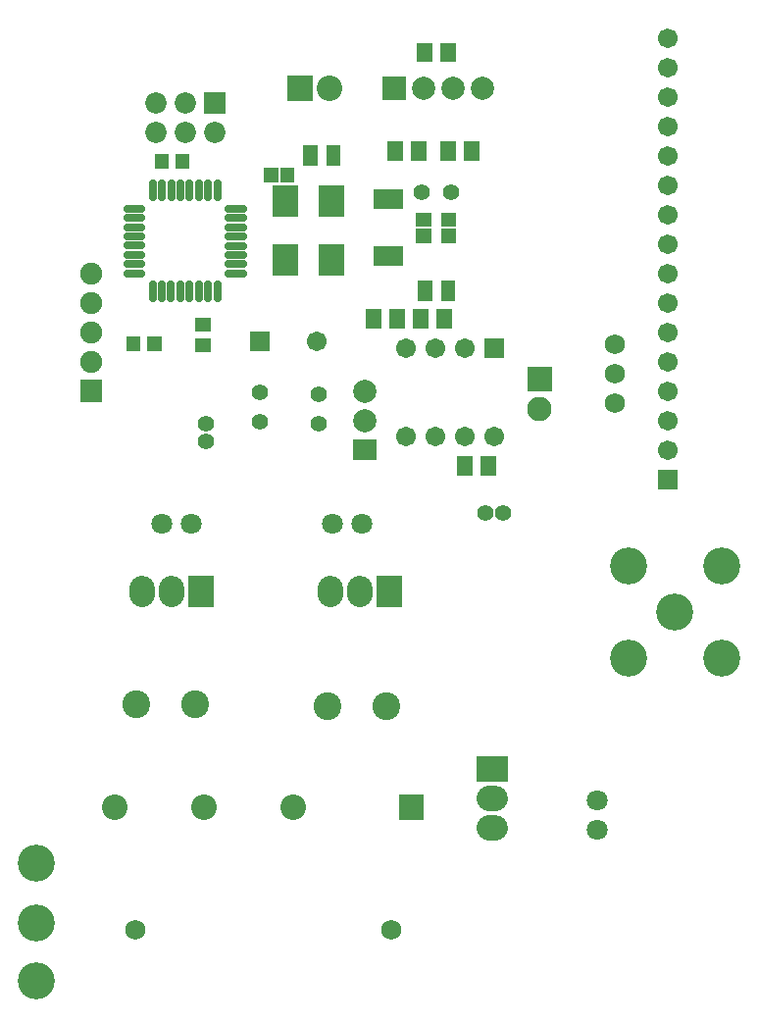
<source format=gts>
G04 Layer: TopSolderMaskLayer*
G04 EasyEDA v6.4.3, 2020-08-16T09:55:44+08:00*
G04 81dc946ae44a44bf806acedbfbfd66cd,06d3987d76a94bb6b6563c12ef58ecb4,10*
G04 Gerber Generator version 0.2*
G04 Scale: 100 percent, Rotated: No, Reflected: No *
G04 Dimensions in inches *
G04 leading zeros omitted , absolute positions ,2 integer and 4 decimal *
%FSLAX24Y24*%
%MOIN*%
G90*
G70D02*

%ADD58C,0.086740*%
%ADD59C,0.025717*%
%ADD62C,0.068000*%
%ADD64C,0.126110*%
%ADD67C,0.078866*%
%ADD69C,0.072300*%
%ADD72C,0.074929*%
%ADD74R,0.067000X0.067000*%
%ADD75C,0.067000*%
%ADD76C,0.055000*%
%ADD79C,0.082803*%
%ADD80C,0.094614*%
%ADD81C,0.070992*%
%ADD82C,0.055244*%
%ADD85C,0.067055*%

%LPD*%
G54D58*
G01X5650Y15501D02*
G01X5650Y15698D01*
G01X6650Y15501D02*
G01X6650Y15698D01*
G54D59*
G01X5138Y26400D02*
G01X5611Y26400D01*
G01X5138Y26715D02*
G01X5611Y26715D01*
G01X5138Y27030D02*
G01X5611Y27030D01*
G01X5138Y27344D02*
G01X5611Y27344D01*
G01X5138Y27659D02*
G01X5611Y27659D01*
G01X5138Y27973D02*
G01X5611Y27973D01*
G01X5138Y28288D02*
G01X5611Y28288D01*
G01X5138Y28603D02*
G01X5611Y28603D01*
G01X5994Y28983D02*
G01X5994Y29456D01*
G01X6310Y28983D02*
G01X6310Y29456D01*
G01X6625Y28983D02*
G01X6625Y29456D01*
G01X6939Y28983D02*
G01X6939Y29456D01*
G01X7253Y28983D02*
G01X7253Y29456D01*
G01X7568Y28983D02*
G01X7568Y29456D01*
G01X7884Y28983D02*
G01X7884Y29456D01*
G01X8198Y28983D02*
G01X8198Y29456D01*
G01X8588Y28600D02*
G01X9061Y28600D01*
G01X8588Y28284D02*
G01X9061Y28284D01*
G01X8588Y27969D02*
G01X9061Y27969D01*
G01X8588Y27655D02*
G01X9061Y27655D01*
G01X8588Y27340D02*
G01X9061Y27340D01*
G01X8588Y27026D02*
G01X9061Y27026D01*
G01X8588Y26711D02*
G01X9061Y26711D01*
G01X8588Y26396D02*
G01X9061Y26396D01*
G01X8194Y25543D02*
G01X8194Y26016D01*
G01X7880Y25543D02*
G01X7880Y26016D01*
G01X7564Y25543D02*
G01X7564Y26016D01*
G01X7250Y25543D02*
G01X7250Y26016D01*
G01X6935Y25543D02*
G01X6935Y26016D01*
G01X6621Y25543D02*
G01X6621Y26016D01*
G01X6306Y25543D02*
G01X6306Y26016D01*
G01X5990Y25543D02*
G01X5990Y26016D01*
G54D58*
G01X12050Y15501D02*
G01X12050Y15698D01*
G01X13050Y15501D02*
G01X13050Y15698D01*
G01X17648Y7550D02*
G01X17451Y7550D01*
G01X17648Y8550D02*
G01X17451Y8550D01*
G36*
G01X15806Y25455D02*
G01X15806Y26144D01*
G01X16281Y26144D01*
G01X16281Y25455D01*
G01X15806Y25455D01*
G37*
G36*
G01X15018Y25455D02*
G01X15018Y26144D01*
G01X15493Y26144D01*
G01X15493Y25455D01*
G01X15018Y25455D01*
G37*
G36*
G01X10339Y29492D02*
G01X10339Y30007D01*
G01X10811Y30007D01*
G01X10811Y29492D01*
G01X10339Y29492D01*
G37*
G36*
G01X9788Y29492D02*
G01X9788Y30007D01*
G01X10260Y30007D01*
G01X10260Y29492D01*
G01X9788Y29492D01*
G37*
G54D62*
G01X21700Y22996D03*
G01X21700Y21996D03*
G01X21700Y24003D03*
G36*
G01X7215Y15067D02*
G01X7215Y16132D01*
G01X8084Y16132D01*
G01X8084Y15067D01*
G01X7215Y15067D01*
G37*
G54D64*
G01X23750Y14900D03*
G01X22175Y16474D03*
G01X25324Y16474D03*
G01X22175Y13325D03*
G01X25324Y13325D03*
G36*
G01X14981Y33575D02*
G01X14981Y34225D01*
G01X15518Y34225D01*
G01X15518Y33575D01*
G01X14981Y33575D01*
G37*
G36*
G01X15781Y33575D02*
G01X15781Y34225D01*
G01X16318Y34225D01*
G01X16318Y33575D01*
G01X15781Y33575D01*
G37*
G01X2050Y2350D03*
G01X2050Y4317D03*
G01X2050Y6350D03*
G36*
G01X13806Y32305D02*
G01X13806Y33094D01*
G01X14593Y33094D01*
G01X14593Y32305D01*
G01X13806Y32305D01*
G37*
G54D67*
G01X15200Y32700D03*
G01X16200Y32700D03*
G01X17200Y32700D03*
G36*
G01X13615Y15067D02*
G01X13615Y16132D01*
G01X14484Y16132D01*
G01X14484Y15067D01*
G01X13615Y15067D01*
G37*
G36*
G01X7739Y31838D02*
G01X7739Y32561D01*
G01X8461Y32561D01*
G01X8461Y31838D01*
G01X7739Y31838D01*
G37*
G54D69*
G01X8100Y31200D03*
G01X7100Y32200D03*
G01X7100Y31200D03*
G01X6100Y32200D03*
G01X6100Y31200D03*
G36*
G01X14293Y28580D02*
G01X14293Y29250D01*
G01X14493Y29250D01*
G01X14493Y28580D01*
G01X14293Y28580D01*
G37*
G36*
G01X14097Y28580D02*
G01X14097Y29250D01*
G01X14297Y29250D01*
G01X14297Y28580D01*
G01X14097Y28580D01*
G37*
G36*
G01X13900Y28580D02*
G01X13900Y29250D01*
G01X14100Y29250D01*
G01X14100Y28580D01*
G01X13900Y28580D01*
G37*
G36*
G01X13702Y28580D02*
G01X13702Y29250D01*
G01X13902Y29250D01*
G01X13902Y28580D01*
G01X13702Y28580D01*
G37*
G36*
G01X13506Y28580D02*
G01X13506Y29250D01*
G01X13706Y29250D01*
G01X13706Y28580D01*
G01X13506Y28580D01*
G37*
G36*
G01X13506Y26650D02*
G01X13506Y27319D01*
G01X13706Y27319D01*
G01X13706Y26650D01*
G01X13506Y26650D01*
G37*
G36*
G01X13702Y26650D02*
G01X13702Y27319D01*
G01X13902Y27319D01*
G01X13902Y26650D01*
G01X13702Y26650D01*
G37*
G36*
G01X13900Y26650D02*
G01X13900Y27319D01*
G01X14100Y27319D01*
G01X14100Y26650D01*
G01X13900Y26650D01*
G37*
G36*
G01X14097Y26650D02*
G01X14097Y27319D01*
G01X14297Y27319D01*
G01X14297Y26650D01*
G01X14097Y26650D01*
G37*
G36*
G01X14293Y26650D02*
G01X14293Y27319D01*
G01X14493Y27319D01*
G01X14493Y26650D01*
G01X14293Y26650D01*
G37*
G36*
G01X3525Y22025D02*
G01X3525Y22775D01*
G01X4275Y22775D01*
G01X4275Y22025D01*
G01X3525Y22025D01*
G37*
G54D72*
G01X3900Y23400D03*
G01X3900Y24400D03*
G01X3900Y25400D03*
G01X3900Y26400D03*
G36*
G01X17018Y9115D02*
G01X17018Y9984D01*
G01X18081Y9984D01*
G01X18081Y9115D01*
G01X17018Y9115D01*
G37*
G54D74*
G01X23500Y19400D03*
G54D75*
G01X23500Y20400D03*
G01X23500Y21400D03*
G01X23500Y22400D03*
G01X23500Y23400D03*
G01X23500Y24400D03*
G01X23500Y25400D03*
G01X23500Y26400D03*
G01X23500Y27400D03*
G01X23500Y28400D03*
G01X23500Y29400D03*
G01X23500Y30400D03*
G01X23500Y31400D03*
G01X23500Y32400D03*
G01X23500Y33400D03*
G01X23500Y34400D03*
G54D76*
G01X9650Y21350D03*
G01X9650Y22350D03*
G01X11650Y21300D03*
G01X11650Y22300D03*
G01X15150Y29150D03*
G01X16150Y29150D03*
G36*
G01X13981Y30225D02*
G01X13981Y30875D01*
G01X14518Y30875D01*
G01X14518Y30225D01*
G01X13981Y30225D01*
G37*
G36*
G01X14781Y30225D02*
G01X14781Y30875D01*
G01X15318Y30875D01*
G01X15318Y30225D01*
G01X14781Y30225D01*
G37*
G36*
G01X15781Y30225D02*
G01X15781Y30875D01*
G01X16318Y30875D01*
G01X16318Y30225D01*
G01X15781Y30225D01*
G37*
G36*
G01X16581Y30225D02*
G01X16581Y30875D01*
G01X17118Y30875D01*
G01X17118Y30225D01*
G01X16581Y30225D01*
G37*
G36*
G01X17131Y19525D02*
G01X17131Y20175D01*
G01X17668Y20175D01*
G01X17668Y19525D01*
G01X17131Y19525D01*
G37*
G36*
G01X16331Y19525D02*
G01X16331Y20175D01*
G01X16868Y20175D01*
G01X16868Y19525D01*
G01X16331Y19525D01*
G37*
G36*
G01X13231Y24525D02*
G01X13231Y25175D01*
G01X13768Y25175D01*
G01X13768Y24525D01*
G01X13231Y24525D01*
G37*
G36*
G01X14031Y24525D02*
G01X14031Y25175D01*
G01X14568Y25175D01*
G01X14568Y24525D01*
G01X14031Y24525D01*
G37*
G36*
G01X7443Y23709D02*
G01X7443Y24182D01*
G01X7956Y24182D01*
G01X7956Y23709D01*
G01X7443Y23709D01*
G37*
G36*
G01X7443Y24417D02*
G01X7443Y24890D01*
G01X7956Y24890D01*
G01X7956Y24417D01*
G01X7443Y24417D01*
G37*
G36*
G01X6059Y29942D02*
G01X6059Y30457D01*
G01X6532Y30457D01*
G01X6532Y29942D01*
G01X6059Y29942D01*
G37*
G36*
G01X6768Y29942D02*
G01X6768Y30457D01*
G01X7240Y30457D01*
G01X7240Y29942D01*
G01X6768Y29942D01*
G37*
G36*
G01X5109Y23742D02*
G01X5109Y24257D01*
G01X5582Y24257D01*
G01X5582Y23742D01*
G01X5109Y23742D01*
G37*
G36*
G01X5818Y23742D02*
G01X5818Y24257D01*
G01X6290Y24257D01*
G01X6290Y23742D01*
G01X5818Y23742D01*
G37*
G36*
G01X15631Y24525D02*
G01X15631Y25175D01*
G01X16168Y25175D01*
G01X16168Y24525D01*
G01X15631Y24525D01*
G37*
G36*
G01X14831Y24525D02*
G01X14831Y25175D01*
G01X15368Y25175D01*
G01X15368Y24525D01*
G01X14831Y24525D01*
G37*
G36*
G01X11652Y28317D02*
G01X11652Y29382D01*
G01X12521Y29382D01*
G01X12521Y28317D01*
G01X11652Y28317D01*
G37*
G36*
G01X10078Y26317D02*
G01X10078Y27382D01*
G01X10947Y27382D01*
G01X10947Y26317D01*
G01X10078Y26317D01*
G37*
G36*
G01X11652Y26317D02*
G01X11652Y27382D01*
G01X12521Y27382D01*
G01X12521Y26317D01*
G01X11652Y26317D01*
G37*
G36*
G01X10078Y28317D02*
G01X10078Y29382D01*
G01X10947Y29382D01*
G01X10947Y28317D01*
G01X10078Y28317D01*
G37*
G36*
G01X14943Y27438D02*
G01X14943Y27911D01*
G01X15456Y27911D01*
G01X15456Y27438D01*
G01X14943Y27438D01*
G37*
G36*
G01X14943Y27988D02*
G01X14943Y28461D01*
G01X15456Y28461D01*
G01X15456Y27988D01*
G01X14943Y27988D01*
G37*
G36*
G01X11118Y30055D02*
G01X11118Y30744D01*
G01X11593Y30744D01*
G01X11593Y30055D01*
G01X11118Y30055D01*
G37*
G36*
G01X11906Y30055D02*
G01X11906Y30744D01*
G01X12381Y30744D01*
G01X12381Y30055D01*
G01X11906Y30055D01*
G37*
G36*
G01X15793Y27438D02*
G01X15793Y27911D01*
G01X16306Y27911D01*
G01X16306Y27438D01*
G01X15793Y27438D01*
G37*
G36*
G01X15793Y27988D02*
G01X15793Y28461D01*
G01X16306Y28461D01*
G01X16306Y27988D01*
G01X15793Y27988D01*
G37*
G36*
G01X18735Y22386D02*
G01X18735Y23213D01*
G01X19564Y23213D01*
G01X19564Y22386D01*
G01X18735Y22386D01*
G37*
G54D79*
G01X19150Y21800D03*
G54D62*
G01X14100Y4100D03*
G01X5400Y4100D03*
G54D80*
G01X7450Y11750D03*
G01X5450Y11750D03*
G01X13950Y11700D03*
G01X11950Y11700D03*
G54D81*
G01X12100Y17900D03*
G01X13100Y17900D03*
G01X7300Y17900D03*
G01X6300Y17900D03*
G01X21100Y7500D03*
G01X21100Y8500D03*
G54D82*
G01X17895Y18250D03*
G01X17304Y18250D03*
G01X7800Y20704D03*
G01X7800Y21295D03*
G36*
G01X14356Y7815D02*
G01X14356Y8684D01*
G01X15222Y8684D01*
G01X15222Y7815D01*
G01X14356Y7815D01*
G37*
G54D58*
G01X10773Y8250D03*
G01X7742Y8250D03*
G01X4710Y8250D03*
G54D67*
G01X13200Y22400D03*
G01X13200Y21400D03*
G36*
G01X12806Y20050D02*
G01X12806Y20750D01*
G01X13593Y20750D01*
G01X13593Y20050D01*
G01X12806Y20050D01*
G37*
G36*
G01X10565Y32265D02*
G01X10565Y33134D01*
G01X11434Y33134D01*
G01X11434Y32265D01*
G01X10565Y32265D01*
G37*
G54D58*
G01X12000Y32700D03*
G54D85*
G01X14600Y20850D03*
G01X15600Y20850D03*
G01X16600Y20850D03*
G01X17600Y20850D03*
G01X14600Y23850D03*
G01X15600Y23850D03*
G01X16600Y23850D03*
G36*
G01X17264Y23515D02*
G01X17264Y24184D01*
G01X17935Y24184D01*
G01X17935Y23515D01*
G01X17264Y23515D01*
G37*
G36*
G01X9305Y23765D02*
G01X9305Y24434D01*
G01X9975Y24434D01*
G01X9975Y23765D01*
G01X9305Y23765D01*
G37*
G01X11560Y24100D03*
M00*
M02*

</source>
